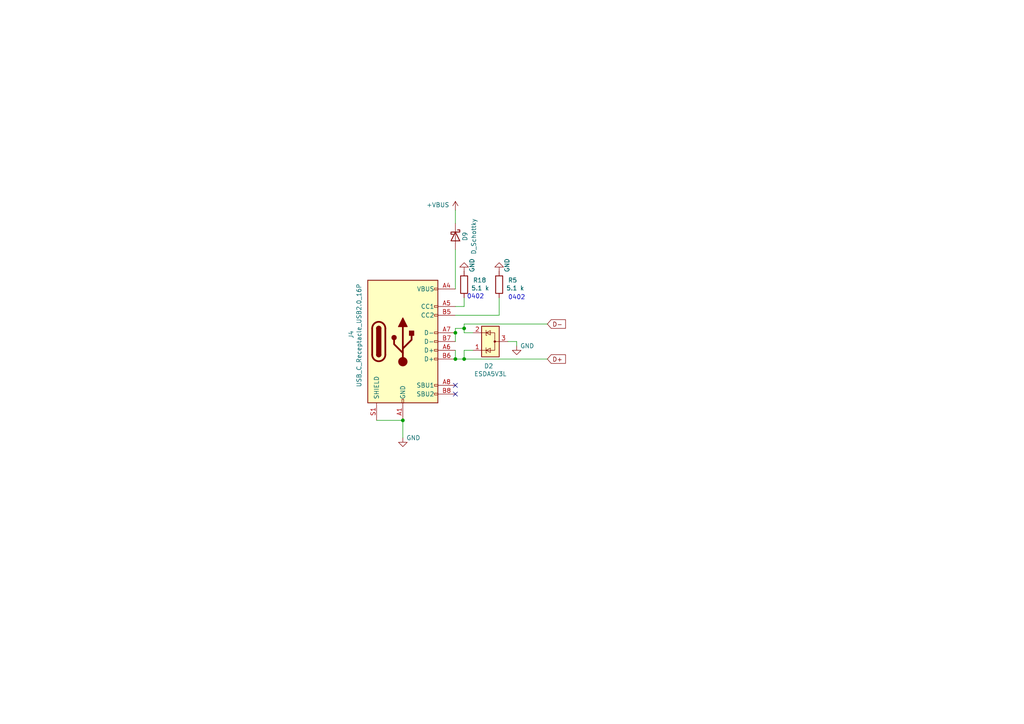
<source format=kicad_sch>
(kicad_sch (version 20250114) (generator "eeschema") (generator_version "9.0")
  (paper "A4")
  (lib_symbols
    (symbol "Connector:USB_C_Receptacle_USB2.0_16P" (pin_names (offset 1.016))
      (property "Reference" "J" (at 0 22.225 0))
      (property "Value" "USB_C_Receptacle_USB2.0_16P" (at 0 19.685 0))
      (symbol "USB_C_Receptacle_USB2.0_16P_0_0"
        (rectangle (start -0.254 -17.78) (end 0.254 -16.764))
        (rectangle (start 10.16 15.494) (end 9.144 14.986))
        (rectangle (start 10.16 10.414) (end 9.144 9.906))
        (rectangle (start 10.16 7.874) (end 9.144 7.366))
        (rectangle (start 10.16 2.794) (end 9.144 2.286))
        (rectangle (start 10.16 0.254) (end 9.144 -0.254))
        (rectangle (start 10.16 -2.286) (end 9.144 -2.794))
        (rectangle (start 10.16 -4.826) (end 9.144 -5.334))
        (rectangle (start 10.16 -12.446) (end 9.144 -12.954))
        (rectangle (start 10.16 -14.986) (end 9.144 -15.494))
      )
      (symbol "USB_C_Receptacle_USB2.0_16P_0_1"
        (rectangle (start -10.16 17.78) (end 10.16 -17.78) (stroke (width 0.254)) (fill (type background)))
        (polyline (pts (xy -8.89 -3.81) (xy -8.89 3.81)) (stroke (width 0.508)))
        (rectangle (start -7.62 -3.81) (end -6.35 3.81) (stroke (width 0.254)) (fill (type outline)))
        (arc (start -7.62 3.81) (mid -6.985 4.4423) (end -6.35 3.81) (stroke (width 0.254)))
        (arc (start -7.62 3.81) (mid -6.985 4.4423) (end -6.35 3.81) (stroke (width 0.254)) (fill (type outline)))
        (arc (start -8.89 3.81) (mid -6.985 5.7067) (end -5.08 3.81) (stroke (width 0.508)))
        (arc (start -5.08 -3.81) (mid -6.985 -5.7067) (end -8.89 -3.81) (stroke (width 0.508)))
        (arc (start -6.35 -3.81) (mid -6.985 -4.4423) (end -7.62 -3.81) (stroke (width 0.254)))
        (arc (start -6.35 -3.81) (mid -6.985 -4.4423) (end -7.62 -3.81) (stroke (width 0.254)) (fill (type outline)))
        (polyline (pts (xy -5.08 3.81) (xy -5.08 -3.81)) (stroke (width 0.508)))
        (circle (center -2.54 1.143) (radius 0.635) (stroke (width 0.254)) (fill (type outline)))
        (polyline (pts (xy -1.27 4.318) (xy 0 6.858) (xy 1.27 4.318) (xy -1.27 4.318)) (stroke (width 0.254)) (fill (type outline)))
        (polyline (pts (xy 0 -2.032) (xy 2.54 0.508) (xy 2.54 1.778)) (stroke (width 0.508)))
        (polyline (pts (xy 0 -3.302) (xy -2.54 -0.762) (xy -2.54 0.508)) (stroke (width 0.508)))
        (polyline (pts (xy 0 -5.842) (xy 0 4.318)) (stroke (width 0.508)))
        (circle (center 0 -5.842) (radius 1.27) (fill (type outline)))
        (rectangle (start 1.905 1.778) (end 3.175 3.048) (stroke (width 0.254)) (fill (type outline)))
      )
      (symbol "USB_C_Receptacle_USB2.0_16P_1_1"
        (pin passive line (at -7.62 -22.86 90) (length 5.08) (name "SHIELD") (number "S1"))
        (pin passive line (at 0 -22.86 90) (length 5.08) (name "GND") (number "A1"))
        (pin passive line (at 0 -22.86 90) (length 5.08) (hide yes) (name "GND") (number "A12"))
        (pin passive line (at 0 -22.86 90) (length 5.08) (hide yes) (name "GND") (number "B1"))
        (pin passive line (at 0 -22.86 90) (length 5.08) (hide yes) (name "GND") (number "B12"))
        (pin passive line (at 15.24 15.24 180) (length 5.08) (name "VBUS") (number "A4"))
        (pin passive line (at 15.24 15.24 180) (length 5.08) (hide yes) (name "VBUS") (number "A9"))
        (pin passive line (at 15.24 15.24 180) (length 5.08) (hide yes) (name "VBUS") (number "B4"))
        (pin passive line (at 15.24 15.24 180) (length 5.08) (hide yes) (name "VBUS") (number "B9"))
        (pin bidirectional line (at 15.24 10.16 180) (length 5.08) (name "CC1") (number "A5"))
        (pin bidirectional line (at 15.24 7.62 180) (length 5.08) (name "CC2") (number "B5"))
        (pin bidirectional line (at 15.24 2.54 180) (length 5.08) (name "D-") (number "A7"))
        (pin bidirectional line (at 15.24 0 180) (length 5.08) (name "D-") (number "B7"))
        (pin bidirectional line (at 15.24 -2.54 180) (length 5.08) (name "D+") (number "A6"))
        (pin bidirectional line (at 15.24 -5.08 180) (length 5.08) (name "D+") (number "B6"))
        (pin bidirectional line (at 15.24 -12.7 180) (length 5.08) (name "SBU1") (number "A8"))
        (pin bidirectional line (at 15.24 -15.24 180) (length 5.08) (name "SBU2") (number "B8"))
      )
    )
    (symbol "Device:D_Schottky" (pin_numbers (hide yes)) (pin_names (offset 1.016) (hide yes))
      (property "Reference" "D" (at 0 2.54 0))
      (property "Value" "D_Schottky" (at 0 -2.54 0))
      (symbol "D_Schottky_0_1"
        (polyline (pts (xy -1.905 0.635) (xy -1.905 1.27) (xy -1.27 1.27) (xy -1.27 -1.27) (xy -0.635 -1.27) (xy -0.635 -0.635)) (stroke (width 0.254)))
        (polyline (pts (xy 1.27 1.27) (xy 1.27 -1.27) (xy -1.27 0) (xy 1.27 1.27)) (stroke (width 0.254)))
        (polyline (pts (xy 1.27 0) (xy -1.27 0)))
      )
      (symbol "D_Schottky_1_1"
        (pin passive line (at -3.81 0 0) (length 2.54) (name "K") (number "1"))
        (pin passive line (at 3.81 0 180) (length 2.54) (name "A") (number "2"))
      )
    )
    (symbol "Device:R" (pin_numbers (hide yes)) (pin_names (offset 0))
      (property "Reference" "R" (at 2.032 0 90))
      (property "Value" "R" (at 0 0 90))
      (symbol "R_0_1"
        (rectangle (start -1.016 -2.54) (end 1.016 2.54) (stroke (width 0.254)))
      )
      (symbol "R_1_1"
        (pin passive line (at 0 3.81 270) (length 1.27) (name "~") (number "1"))
        (pin passive line (at 0 -3.81 90) (length 1.27) (name "~") (number "2"))
      )
    )
    (symbol "Power_Protection:ESDA5V3L" (pin_names (hide yes))
      (property "Reference" "D" (at 5.715 2.54 0))
      (property "Value" "ESDA5V3L" (at 5.715 0.635 0))
      (symbol "ESDA5V3L_0_0"
        (pin passive line (at 0 -5.08 90) (length 2.54) (name "A") (number "3"))
      )
      (symbol "ESDA5V3L_0_1"
        (rectangle (start -4.445 2.54) (end 4.445 -2.54) (stroke (width 0.254)) (fill (type background)))
        (polyline (pts (xy -3.302 1.016) (xy -3.302 1.27) (xy -1.905 1.27) (xy -1.778 1.27)))
        (polyline (pts (xy -2.54 2.54) (xy -2.54 1.27)))
        (polyline (pts (xy -2.54 1.27) (xy -2.54 -1.27) (xy 2.54 -1.27) (xy 2.54 1.27)))
        (polyline (pts (xy -2.54 1.27) (xy -1.905 0) (xy -3.175 0) (xy -2.54 1.27)))
        (polyline (pts (xy 0 -1.27) (xy 0 -2.54)))
        (circle (center 0 -1.27) (radius 0.254) (fill (type outline)))
        (polyline (pts (xy 1.778 1.016) (xy 1.778 1.27) (xy 3.175 1.27) (xy 3.302 1.27)))
        (polyline (pts (xy 2.54 2.54) (xy 2.54 1.27)))
        (polyline (pts (xy 2.54 1.27) (xy 1.905 0) (xy 3.175 0) (xy 2.54 1.27)))
      )
      (symbol "ESDA5V3L_1_1"
        (pin passive line (at -2.54 5.08 270) (length 2.54) (name "K") (number "1"))
        (pin passive line (at 2.54 5.08 270) (length 2.54) (name "K") (number "2"))
      )
    )
    (symbol "power:+5V" (power) (pin_numbers (hide yes)) (pin_names (offset 0) (hide yes))
      (property "Value" "+5V" (at 0 3.556 0))
      (symbol "+5V_0_1"
        (polyline (pts (xy -0.762 1.27) (xy 0 2.54)))
        (polyline (pts (xy 0 2.54) (xy 0.762 1.27)))
        (polyline (pts (xy 0 0) (xy 0 2.54)))
      )
      (symbol "+5V_1_1"
        (pin power_in line (at 0 0 90) (length 0) (name "~") (number "1"))
      )
    )
    (symbol "power:GND" (power) (pin_numbers (hide yes)) (pin_names (offset 0) (hide yes))
      (property "Value" "GND" (at 0 -3.81 0))
      (symbol "GND_0_1"
        (polyline (pts (xy 0 0) (xy 0 -1.27) (xy 1.27 -1.27) (xy 0 -2.54) (xy -1.27 -1.27) (xy 0 -1.27)))
      )
      (symbol "GND_1_1"
        (pin power_in line (at 0 0 270) (length 0) (name "~") (number "1"))
      )
    )
  )
  (text "0402" (at 149.86 86.36 0) (effects (font (size 1.27 1.27))))
  (text "0402" (at 137.922 86.106 0) (effects (font (size 1.27 1.27))))
  (junction (at 134.62 95.25))
  (junction (at 132.08 104.14))
  (junction (at 132.08 96.52))
  (junction (at 134.62 104.14))
  (junction (at 116.84 121.92))
  (no_connect (at 132.08 111.76))
  (no_connect (at 132.08 114.3))
  (wire (pts (xy 147.32 99.06) (xy 149.86 99.06)))
  (wire (pts (xy 134.62 104.14) (xy 158.75 104.14)))
  (wire (pts (xy 134.62 101.6) (xy 134.62 104.14)))
  (wire (pts (xy 134.62 93.98) (xy 158.75 93.98)))
  (wire (pts (xy 132.08 96.52) (xy 132.08 95.25)))
  (wire (pts (xy 132.08 101.6) (xy 132.08 104.14)))
  (wire (pts (xy 109.22 121.92) (xy 116.84 121.92)))
  (wire (pts (xy 132.08 72.39) (xy 132.08 83.82)))
  (wire (pts (xy 132.08 88.9) (xy 134.62 88.9)))
  (wire (pts (xy 132.08 104.14) (xy 134.62 104.14)))
  (wire (pts (xy 134.62 96.52) (xy 134.62 95.25)))
  (wire (pts (xy 134.62 95.25) (xy 134.62 93.98)))
  (wire (pts (xy 132.08 95.25) (xy 134.62 95.25)))
  (wire (pts (xy 132.08 64.77) (xy 132.08 60.96)))
  (wire (pts (xy 137.16 101.6) (xy 134.62 101.6)))
  (wire (pts (xy 132.08 99.06) (xy 132.08 96.52)))
  (wire (pts (xy 149.86 99.06) (xy 149.86 100.33)))
  (wire (pts (xy 132.08 91.44) (xy 144.78 91.44)))
  (wire (pts (xy 134.62 86.36) (xy 134.62 88.9)))
  (wire (pts (xy 144.78 86.36) (xy 144.78 91.44)))
  (wire (pts (xy 137.16 96.52) (xy 134.62 96.52)))
  (wire (pts (xy 116.84 121.92) (xy 116.84 127)))
  (global_label "D+" (shape input) (at 158.75 104.14 0) (property "Intersheetrefs" "${INTERSHEET_REFS}" (effects (hide yes))))
  (global_label "D-" (shape input) (at 158.75 93.98 0) (property "Intersheetrefs" "${INTERSHEET_REFS}" (effects (hide yes))))
  (symbol (lib_id "power:GND") (at 134.62 78.74 180) (unit 1)
    (property "Reference" "#PWR098" (effects (hide yes)))
    (property "Value" "GND" (at 136.906 76.962 90))
    (property "Description" "Power symbol creates a global label with name \"GND\" , ground" (effects (hide yes)))
  )
  (symbol (lib_id "power:+5V") (at 132.08 60.96 0) (unit 1)
    (property "Reference" "#PWR017" (effects (hide yes)))
    (property "Value" "+VBUS" (at 127 59.436 0))
    (property "Description" "Power symbol creates a global label with name \"+5V\"" (effects (hide yes)))
  )
  (symbol (lib_id "Device:D_Schottky") (at 132.08 68.58 270) (unit 1)
    (property "Reference" "D9" (at 134.874 68.58 0))
    (property "Value" "D_Schottky" (at 137.414 68.58 0))
    (property "Description" "Schottky diode" (effects (hide yes)))
  )
  (symbol (lib_id "power:GND") (at 144.78 78.74 180) (unit 1)
    (property "Reference" "#PWR097" (effects (hide yes)))
    (property "Value" "GND" (at 147.066 76.962 90))
    (property "Description" "Power symbol creates a global label with name \"GND\" , ground" (effects (hide yes)))
  )
  (symbol (lib_id "power:GND") (at 149.86 100.33 0) (unit 1)
    (property "Reference" "#PWR018" (effects (hide yes)))
    (property "Value" "GND" (at 152.908 100.33 0))
    (property "Description" "Power symbol creates a global label with name \"GND\" , ground" (effects (hide yes)))
  )
  (symbol (lib_id "Power_Protection:ESDA5V3L") (at 142.24 99.06 90) (unit 1)
    (property "Reference" "D2" (at 141.732 106.172 90))
    (property "Value" "ESDA5V3L" (at 142.24 108.458 90))
    (property "Footprint" "Package_TO_SOT_SMD:SOT-23-3" (effects (hide yes)))
    (property "Datasheet" "https://www.st.com/resource/en/datasheet/esdal.pdf" (effects (hide yes)))
    (property "Description" "TVS Diode Array, 5.5V Standoff, 2 Channels, SOT23" (effects (hide yes)))
  )
  (symbol (lib_id "power:GND") (at 116.84 127 0) (unit 1)
    (property "Reference" "#PWR016" (effects (hide yes)))
    (property "Value" "GND" (at 119.888 127 0))
    (property "Description" "Power symbol creates a global label with name \"GND\" , ground" (effects (hide yes)))
  )
  (symbol (lib_id "Device:R") (at 134.62 82.55 0) (unit 1)
    (property "Reference" "R18" (at 137.16 81.2799 0) (effects (justify left)))
    (property "Value" "5.1 k" (at 136.652 83.566 0) (effects (justify left)))
    (property "Description" "Resistor" (effects (hide yes)))
  )
  (symbol (lib_id "Connector:USB_C_Receptacle_USB2.0_16P") (at 116.84 99.06 0) (unit 1)
    (property "Reference" "J4" (at 101.854 97.028 90))
    (property "Value" "USB_C_Receptacle_USB2.0_16P" (at 104.14 97.282 90))
    (property "Footprint" "Connector_USB:USB_C_Receptacle_G-Switch_GT-USB-7010ASV" (effects (hide yes)))
    (property "Datasheet" "https://www.usb.org/sites/default/files/documents/usb_type-c.zip" (effects (hide yes)))
    (property "Description" "USB 2.0-only 16P Type-C Receptacle connector" (effects (hide yes)))
  )
  (symbol (lib_id "Device:R") (at 144.78 82.55 0) (unit 1)
    (property "Reference" "R5" (at 147.32 81.2799 0) (effects (justify left)))
    (property "Value" "5.1 k" (at 146.812 83.566 0) (effects (justify left)))
    (property "Description" "Resistor" (effects (hide yes)))
  )
)
</source>
